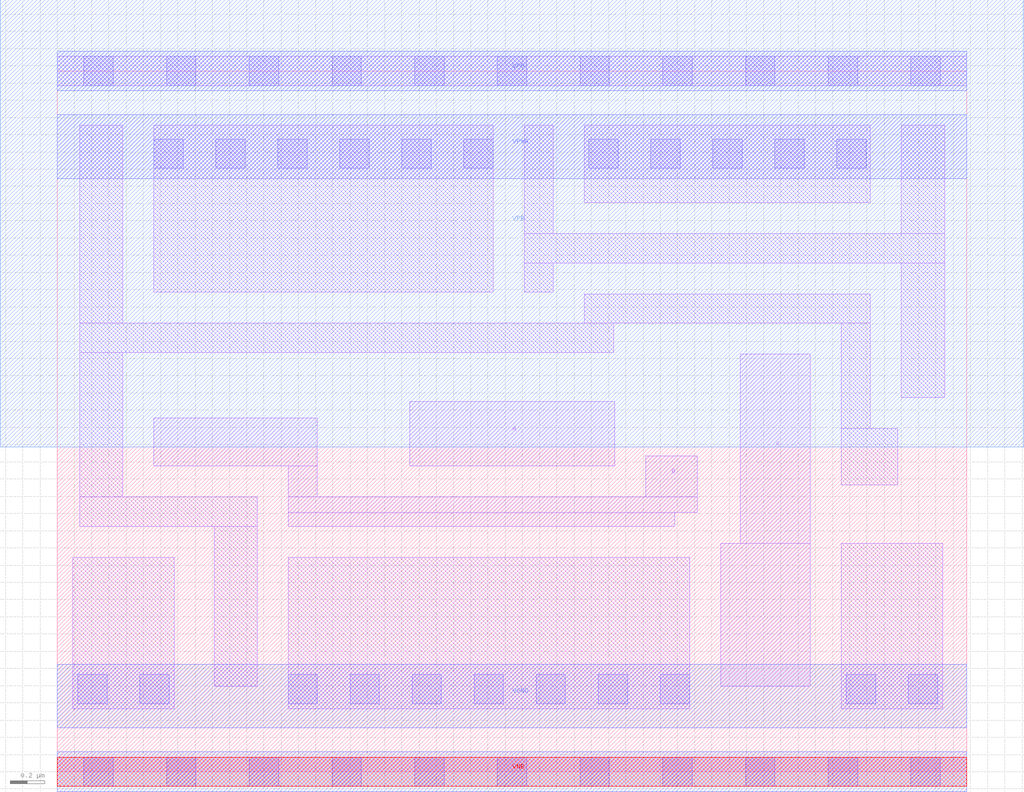
<source format=lef>
# Copyright 2020 The SkyWater PDK Authors
#
# Licensed under the Apache License, Version 2.0 (the "License");
# you may not use this file except in compliance with the License.
# You may obtain a copy of the License at
#
#     https://www.apache.org/licenses/LICENSE-2.0
#
# Unless required by applicable law or agreed to in writing, software
# distributed under the License is distributed on an "AS IS" BASIS,
# WITHOUT WARRANTIES OR CONDITIONS OF ANY KIND, either express or implied.
# See the License for the specific language governing permissions and
# limitations under the License.
#
# SPDX-License-Identifier: Apache-2.0

VERSION 5.7 ;
  NOWIREEXTENSIONATPIN ON ;
  DIVIDERCHAR "/" ;
  BUSBITCHARS "[]" ;
MACRO sky130_fd_sc_hvl__xor2_1
  CLASS CORE ;
  FOREIGN sky130_fd_sc_hvl__xor2_1 ;
  ORIGIN  0.000000  0.000000 ;
  SIZE  5.280000 BY  4.070000 ;
  SYMMETRY X Y ;
  SITE unithv ;
  PIN A
    ANTENNAGATEAREA  2.250000 ;
    DIRECTION INPUT ;
    USE SIGNAL ;
    PORT
      LAYER li1 ;
        RECT 2.045000 1.775000 3.235000 2.150000 ;
    END
  END A
  PIN B
    ANTENNAGATEAREA  2.250000 ;
    DIRECTION INPUT ;
    USE SIGNAL ;
    PORT
      LAYER li1 ;
        RECT 0.560000 1.775000 1.510000 2.055000 ;
        RECT 1.340000 1.425000 3.585000 1.505000 ;
        RECT 1.340000 1.505000 3.715000 1.595000 ;
        RECT 1.340000 1.595000 1.510000 1.775000 ;
        RECT 3.415000 1.595000 3.715000 1.835000 ;
    END
  END B
  PIN X
    ANTENNADIFFAREA  0.637500 ;
    DIRECTION OUTPUT ;
    USE SIGNAL ;
    PORT
      LAYER li1 ;
        RECT 3.850000 0.495000 4.370000 1.325000 ;
        RECT 3.965000 1.325000 4.370000 2.425000 ;
    END
  END X
  PIN VGND
    DIRECTION INOUT ;
    USE GROUND ;
    PORT
      LAYER met1 ;
        RECT 0.000000 0.255000 5.280000 0.625000 ;
    END
  END VGND
  PIN VNB
    DIRECTION INOUT ;
    USE GROUND ;
    PORT
      LAYER met1 ;
        RECT 0.000000 -0.115000 5.280000 0.115000 ;
      LAYER pwell ;
        RECT 0.000000 -0.085000 5.280000 0.085000 ;
    END
  END VNB
  PIN VPB
    DIRECTION INOUT ;
    USE POWER ;
    PORT
      LAYER met1 ;
        RECT 0.000000 3.955000 5.280000 4.185000 ;
      LAYER nwell ;
        RECT -0.330000 1.885000 5.610000 4.485000 ;
    END
  END VPB
  PIN VPWR
    DIRECTION INOUT ;
    USE POWER ;
    PORT
      LAYER met1 ;
        RECT 0.000000 3.445000 5.280000 3.815000 ;
    END
  END VPWR
  OBS
    LAYER li1 ;
      RECT 0.000000 -0.085000 5.280000 0.085000 ;
      RECT 0.000000  3.985000 5.280000 4.155000 ;
      RECT 0.090000  0.365000 0.680000 1.245000 ;
      RECT 0.130000  1.425000 1.160000 1.595000 ;
      RECT 0.130000  1.595000 0.380000 2.435000 ;
      RECT 0.130000  2.435000 3.230000 2.605000 ;
      RECT 0.130000  2.605000 0.380000 3.755000 ;
      RECT 0.560000  2.785000 2.530000 3.755000 ;
      RECT 0.910000  0.495000 1.160000 1.425000 ;
      RECT 1.340000  0.365000 3.670000 1.245000 ;
      RECT 2.710000  2.785000 2.880000 2.955000 ;
      RECT 2.710000  2.955000 5.150000 3.125000 ;
      RECT 2.710000  3.125000 2.880000 3.755000 ;
      RECT 3.060000  2.605000 4.720000 2.775000 ;
      RECT 3.060000  3.305000 4.720000 3.755000 ;
      RECT 4.550000  0.365000 5.140000 1.325000 ;
      RECT 4.550000  1.665000 4.880000 1.995000 ;
      RECT 4.550000  1.995000 4.720000 2.605000 ;
      RECT 4.900000  2.175000 5.150000 2.955000 ;
      RECT 4.900000  3.125000 5.150000 3.755000 ;
    LAYER mcon ;
      RECT 0.120000  0.395000 0.290000 0.565000 ;
      RECT 0.155000 -0.085000 0.325000 0.085000 ;
      RECT 0.155000  3.985000 0.325000 4.155000 ;
      RECT 0.480000  0.395000 0.650000 0.565000 ;
      RECT 0.560000  3.505000 0.730000 3.675000 ;
      RECT 0.635000 -0.085000 0.805000 0.085000 ;
      RECT 0.635000  3.985000 0.805000 4.155000 ;
      RECT 0.920000  3.505000 1.090000 3.675000 ;
      RECT 1.115000 -0.085000 1.285000 0.085000 ;
      RECT 1.115000  3.985000 1.285000 4.155000 ;
      RECT 1.280000  3.505000 1.450000 3.675000 ;
      RECT 1.340000  0.395000 1.510000 0.565000 ;
      RECT 1.595000 -0.085000 1.765000 0.085000 ;
      RECT 1.595000  3.985000 1.765000 4.155000 ;
      RECT 1.640000  3.505000 1.810000 3.675000 ;
      RECT 1.700000  0.395000 1.870000 0.565000 ;
      RECT 2.000000  3.505000 2.170000 3.675000 ;
      RECT 2.060000  0.395000 2.230000 0.565000 ;
      RECT 2.075000 -0.085000 2.245000 0.085000 ;
      RECT 2.075000  3.985000 2.245000 4.155000 ;
      RECT 2.360000  3.505000 2.530000 3.675000 ;
      RECT 2.420000  0.395000 2.590000 0.565000 ;
      RECT 2.555000 -0.085000 2.725000 0.085000 ;
      RECT 2.555000  3.985000 2.725000 4.155000 ;
      RECT 2.780000  0.395000 2.950000 0.565000 ;
      RECT 3.035000 -0.085000 3.205000 0.085000 ;
      RECT 3.035000  3.985000 3.205000 4.155000 ;
      RECT 3.085000  3.505000 3.255000 3.675000 ;
      RECT 3.140000  0.395000 3.310000 0.565000 ;
      RECT 3.445000  3.505000 3.615000 3.675000 ;
      RECT 3.500000  0.395000 3.670000 0.565000 ;
      RECT 3.515000 -0.085000 3.685000 0.085000 ;
      RECT 3.515000  3.985000 3.685000 4.155000 ;
      RECT 3.805000  3.505000 3.975000 3.675000 ;
      RECT 3.995000 -0.085000 4.165000 0.085000 ;
      RECT 3.995000  3.985000 4.165000 4.155000 ;
      RECT 4.165000  3.505000 4.335000 3.675000 ;
      RECT 4.475000 -0.085000 4.645000 0.085000 ;
      RECT 4.475000  3.985000 4.645000 4.155000 ;
      RECT 4.525000  3.505000 4.695000 3.675000 ;
      RECT 4.580000  0.395000 4.750000 0.565000 ;
      RECT 4.940000  0.395000 5.110000 0.565000 ;
      RECT 4.955000 -0.085000 5.125000 0.085000 ;
      RECT 4.955000  3.985000 5.125000 4.155000 ;
  END
END sky130_fd_sc_hvl__xor2_1
END LIBRARY

</source>
